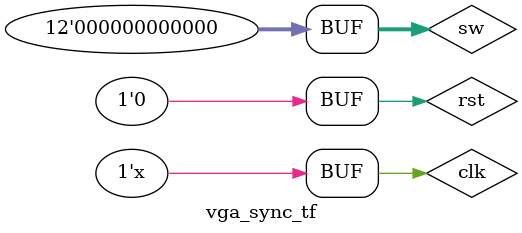
<source format=v>
`timescale 1ns / 1ps


module vga_sync_tf;

	// Inputs
	reg clk;
	reg rst;
	reg [11:0] sw;

	// Outputs
	wire hsync;
	wire vsync;
	wire [11:0] vga_rgb;

	// Instantiate the Unit Under Test (UUT)
	vga_sync uut (
		.clk(clk), 
		.rst(rst), 
		.sw(sw), 
		.hsync(hsync), 
		.vsync(vsync), 
		.vga_rgb(vga_rgb)
	);

   always #5 clk = ~clk;
	initial begin
		// Initialize Inputs
		clk = 0;
		rst = 1;
      sw = 12'b1;
		sw = 0;

		// Wait 100 ns for global reset to finish
		#100;
      rst = 0;
        
		// Add stimulus here

	end
      
endmodule


</source>
